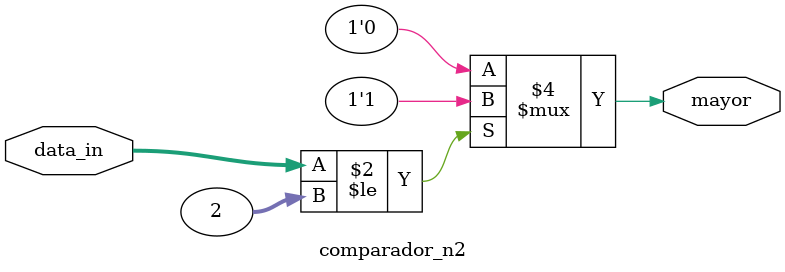
<source format=sv>
`timescale 1ns / 1ps


module comparador_n2 (
    input logic [7:0] data_in,       // Entrada de datos
    output logic mayor   // señal que indica si n es menor a 2 
                        //para logica dentro del modulo de control
);

    always_comb begin
        if (data_in <= 2) begin
            mayor = 1'b1; // n es menor a 2
        end else begin
            mayor = 1'b0; // n es mayor a 2
        end
    end

endmodule

</source>
